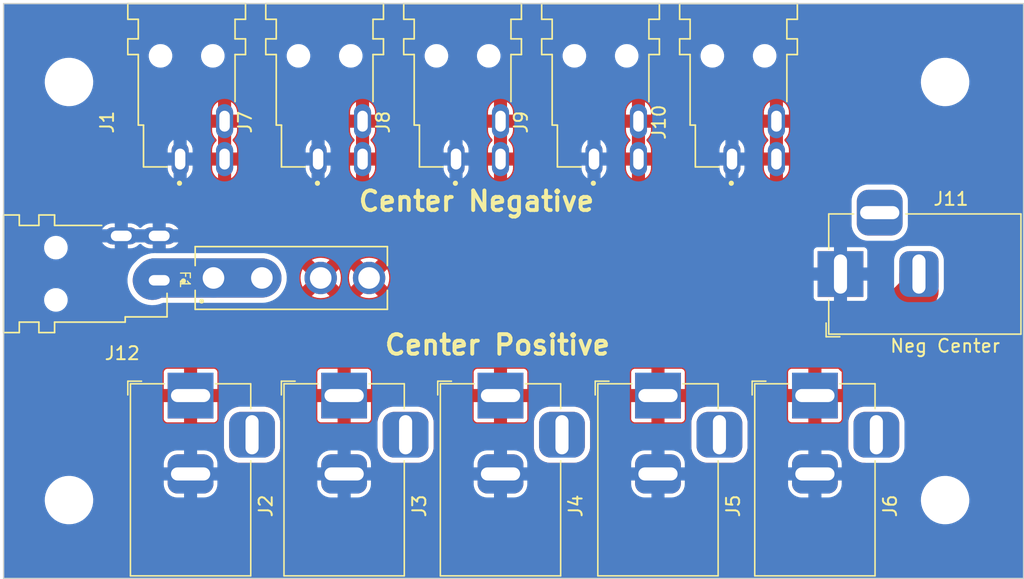
<source format=kicad_pcb>
(kicad_pcb (version 20221018) (generator pcbnew)
  (layers (0 "F.Cu" signal) (31 "B.Cu" signal) (34 "B.Paste" user) (35 "F.Paste" user) (36 "B.SilkS" user "B.Silkscreen") (37 "F.SilkS" user "F.Silkscreen") (38 "B.Mask" user) (39 "F.Mask" user) (44 "Edge.Cuts" user))
  (net 0 "")
  (net 1 "VCC")
  (net 2 "GND")
  (net 3 "/VIN")
  (footprint "Connector_BarrelJack:BarrelJack_Horizontal" (layer "F.Cu") (at 104 135 90)
    (fp_text reference "J4" (at -8.45 5.75 90) (layer "F.SilkS"))
    (fp_text value "Pos Center")
    (fp_line (start -13.8 -4.6) (end 0.9 -4.6) (stroke (width 0.12)) (layer "F.SilkS"))
    (fp_line (start -13.8 4.6) (end -13.8 -4.6) (stroke (width 0.12)) (layer "F.SilkS"))
    (fp_line (start -5 4.6) (end -13.8 4.6) (stroke (width 0.12)) (layer "F.SilkS"))
    (fp_line (start 0.05 -4.8) (end 1.1 -4.8) (stroke (width 0.12)) (layer "F.SilkS"))
    (fp_line (start 0.9 -4.6) (end 0.9 -2) (stroke (width 0.12)) (layer "F.SilkS"))
    (fp_line (start 0.9 1.9) (end 0.9 4.6) (stroke (width 0.12)) (layer "F.SilkS"))
    (fp_line (start 0.9 4.6) (end -1 4.6) (stroke (width 0.12)) (layer "F.SilkS"))
    (fp_line (start 1.1 -3.75) (end 1.1 -4.8) (stroke (width 0.12)) (layer "F.SilkS"))
    (pad "1" thru_hole rect (at 0 0 90) (size 3.5 3.5) (drill oval 1 3) (layers "*.Cu" "*.Mask") (net 1 "VCC"))
    (pad "2" thru_hole roundrect (at -6 0 90) (size 3 3.5) (drill oval 1 3) (layers "*.Cu" "*.Mask") (net 2 "GND"))
    (pad "3" thru_hole roundrect (at -3 4.7 90) (size 3.5 3.5) (drill oval 3 1) (layers "*.Cu" "*.Mask"))
  )
  (footprint "CUI_PJ-041H:CUI_PJ-041H" (layer "F.Cu") (at 111.65 111.25 90)
    (fp_text reference "J9" (at -2.82507 -6.08517 90) (layer "F.SilkS") (effects (font (size 1.000031 1.000031))))
    (fp_text value "PJ-041H")
    (fp_line (start -6.25 -3.3) (end -3.05 -3.3) (stroke (width 0.127)) (layer "F.SilkS"))
    (fp_line (start -6.25 -1.5) (end -6.25 -3.3) (stroke (width 0.127)) (layer "F.SilkS"))
    (fp_line (start -3.05 -3.7) (end 2.35 -3.7) (stroke (width 0.127)) (layer "F.SilkS"))
    (fp_line (start -3.05 -3.3) (end -3.05 -3.7) (stroke (width 0.127)) (layer "F.SilkS"))
    (fp_line (start 2.35 -4.5) (end 3.55 -4.5) (stroke (width 0.127)) (layer "F.SilkS"))
    (fp_line (start 2.35 -3.7) (end 2.35 -4.5) (stroke (width 0.127)) (layer "F.SilkS"))
    (fp_line (start 2.35 3.7) (end -1.25 3.7) (stroke (width 0.127)) (layer "F.SilkS"))
    (fp_line (start 2.35 4.5) (end 2.35 3.7) (stroke (width 0.127)) (layer "F.SilkS"))
    (fp_line (start 3.55 -4.5) (end 3.55 -3.7) (stroke (width 0.127)) (layer "F.SilkS"))
    (fp_line (start 3.55 -3.7) (end 5.05 -3.7) (stroke (width 0.127)) (layer "F.SilkS"))
    (fp_line (start 3.55 3.7) (end 3.55 4.5) (stroke (width 0.127)) (layer "F.SilkS"))
    (fp_line (start 3.55 4.5) (end 2.35 4.5) (stroke (width 0.127)) (layer "F.SilkS"))
    (fp_line (start 5.05 -4.5) (end 6.25 -4.5) (stroke (width 0.127)) (layer "F.SilkS"))
    (fp_line (start 5.05 -3.7) (end 5.05 -4.5) (stroke (width 0.127)) (layer "F.SilkS"))
    (fp_line (start 5.05 3.7) (end 3.55 3.7) (stroke (width 0.127)) (layer "F.SilkS"))
    (fp_line (start 5.05 4.5) (end 5.05 3.7) (stroke (width 0.127)) (layer "F.SilkS"))
    (fp_line (start 6.25 4.5) (end 5.05 4.5) (stroke (width 0.127)) (layer "F.SilkS"))
    (fp_line (start 6.25 4.5) (end 6.25 -4.5) (stroke (width 0.127)) (layer "F.SilkS"))
    (fp_circle (center -7.5 -0.55) (end -7.4 -0.55) (stroke (width 0.2)) (fill none) (layer "F.SilkS"))
    (pad "" np_thru_hole circle (at 2.25 -2 90) (size 1.3 1.3) (drill 1.3) (layers "*.Cu" "*.Mask"))
    (pad "" np_thru_hole circle (at 2.25 2 90) (size 1.3 1.3) (drill 1.3) (layers "*.Cu" "*.Mask"))
    (pad "1" thru_hole oval (at -5.65 -0.5 90) (size 2.616 1.308) (drill oval 1.6 0.8) (layers "*.Cu" "*.Mask") (net 2 "GND"))
    (pad "2" thru_hole oval (at -2.75 2.9 90) (size 2.616 1.308) (drill oval 1.6 0.8) (layers "*.Cu" "*.Mask") (net 1 "VCC"))
    (pad "3" thru_hole oval (at -5.65 2.9 90) (size 2.616 1.308) (drill oval 1.6 0.8) (layers "*.Cu" "*.Mask") (net 1 "VCC"))
  )
  (footprint "CUI_PJ-041H:CUI_PJ-041H" (layer "F.Cu") (at 90.55 111.25 90)
    (fp_text reference "J7" (at -2.82507 -6.08517 90) (layer "F.SilkS") (effects (font (size 1.000031 1.000031))))
    (fp_text value "PJ-041H")
    (fp_line (start -6.25 -3.3) (end -3.05 -3.3) (stroke (width 0.127)) (layer "F.SilkS"))
    (fp_line (start -6.25 -1.5) (end -6.25 -3.3) (stroke (width 0.127)) (layer "F.SilkS"))
    (fp_line (start -3.05 -3.7) (end 2.35 -3.7) (stroke (width 0.127)) (layer "F.SilkS"))
    (fp_line (start -3.05 -3.3) (end -3.05 -3.7) (stroke (width 0.127)) (layer "F.SilkS"))
    (fp_line (start 2.35 -4.5) (end 3.55 -4.5) (stroke (width 0.127)) (layer "F.SilkS"))
    (fp_line (start 2.35 -3.7) (end 2.35 -4.5) (stroke (width 0.127)) (layer "F.SilkS"))
    (fp_line (start 2.35 3.7) (end -1.25 3.7) (stroke (width 0.127)) (layer "F.SilkS"))
    (fp_line (start 2.35 4.5) (end 2.35 3.7) (stroke (width 0.127)) (layer "F.SilkS"))
    (fp_line (start 3.55 -4.5) (end 3.55 -3.7) (stroke (width 0.127)) (layer "F.SilkS"))
    (fp_line (start 3.55 -3.7) (end 5.05 -3.7) (stroke (width 0.127)) (layer "F.SilkS"))
    (fp_line (start 3.55 3.7) (end 3.55 4.5) (stroke (width 0.127)) (layer "F.SilkS"))
    (fp_line (start 3.55 4.5) (end 2.35 4.5) (stroke (width 0.127)) (layer "F.SilkS"))
    (fp_line (start 5.05 -4.5) (end 6.25 -4.5) (stroke (width 0.127)) (layer "F.SilkS"))
    (fp_line (start 5.05 -3.7) (end 5.05 -4.5) (stroke (width 0.127)) (layer "F.SilkS"))
    (fp_line (start 5.05 3.7) (end 3.55 3.7) (stroke (width 0.127)) (layer "F.SilkS"))
    (fp_line (start 5.05 4.5) (end 5.05 3.7) (stroke (width 0.127)) (layer "F.SilkS"))
    (fp_line (start 6.25 4.5) (end 5.05 4.5) (stroke (width 0.127)) (layer "F.SilkS"))
    (fp_line (start 6.25 4.5) (end 6.25 -4.5) (stroke (width 0.127)) (layer "F.SilkS"))
    (fp_circle (center -7.5 -0.55) (end -7.4 -0.55) (stroke (width 0.2)) (fill none) (layer "F.SilkS"))
    (pad "" np_thru_hole circle (at 2.25 -2 90) (size 1.3 1.3) (drill 1.3) (layers "*.Cu" "*.Mask"))
    (pad "" np_thru_hole circle (at 2.25 2 90) (size 1.3 1.3) (drill 1.3) (layers "*.Cu" "*.Mask"))
    (pad "1" thru_hole oval (at -5.65 -0.5 90) (size 2.616 1.308) (drill oval 1.6 0.8) (layers "*.Cu" "*.Mask") (net 2 "GND"))
    (pad "2" thru_hole oval (at -2.75 2.9 90) (size 2.616 1.308) (drill oval 1.6 0.8) (layers "*.Cu" "*.Mask") (net 1 "VCC"))
    (pad "3" thru_hole oval (at -5.65 2.9 90) (size 2.616 1.308) (drill oval 1.6 0.8) (layers "*.Cu" "*.Mask") (net 1 "VCC"))
  )
  (footprint "CUI_PJ-041H:CUI_PJ-041H" (layer "F.Cu") (at 122.2 111.25 90)
    (fp_text reference "J10" (at -2.82507 -6.08517 90) (layer "F.SilkS") (effects (font (size 1.000031 1.000031))))
    (fp_text value "PJ-041H")
    (fp_line (start -6.25 -3.3) (end -3.05 -3.3) (stroke (width 0.127)) (layer "F.SilkS"))
    (fp_line (start -6.25 -1.5) (end -6.25 -3.3) (stroke (width 0.127)) (layer "F.SilkS"))
    (fp_line (start -3.05 -3.7) (end 2.35 -3.7) (stroke (width 0.127)) (layer "F.SilkS"))
    (fp_line (start -3.05 -3.3) (end -3.05 -3.7) (stroke (width 0.127)) (layer "F.SilkS"))
    (fp_line (start 2.35 -4.5) (end 3.55 -4.5) (stroke (width 0.127)) (layer "F.SilkS"))
    (fp_line (start 2.35 -3.7) (end 2.35 -4.5) (stroke (width 0.127)) (layer "F.SilkS"))
    (fp_line (start 2.35 3.7) (end -1.25 3.7) (stroke (width 0.127)) (layer "F.SilkS"))
    (fp_line (start 2.35 4.5) (end 2.35 3.7) (stroke (width 0.127)) (layer "F.SilkS"))
    (fp_line (start 3.55 -4.5) (end 3.55 -3.7) (stroke (width 0.127)) (layer "F.SilkS"))
    (fp_line (start 3.55 -3.7) (end 5.05 -3.7) (stroke (width 0.127)) (layer "F.SilkS"))
    (fp_line (start 3.55 3.7) (end 3.55 4.5) (stroke (width 0.127)) (layer "F.SilkS"))
    (fp_line (start 3.55 4.5) (end 2.35 4.5) (stroke (width 0.127)) (layer "F.SilkS"))
    (fp_line (start 5.05 -4.5) (end 6.25 -4.5) (stroke (width 0.127)) (layer "F.SilkS"))
    (fp_line (start 5.05 -3.7) (end 5.05 -4.5) (stroke (width 0.127)) (layer "F.SilkS"))
    (fp_line (start 5.05 3.7) (end 3.55 3.7) (stroke (width 0.127)) (layer "F.SilkS"))
    (fp_line (start 5.05 4.5) (end 5.05 3.7) (stroke (width 0.127)) (layer "F.SilkS"))
    (fp_line (start 6.25 4.5) (end 5.05 4.5) (stroke (width 0.127)) (layer "F.SilkS"))
    (fp_line (start 6.25 4.5) (end 6.25 -4.5) (stroke (width 0.127)) (layer "F.SilkS"))
    (fp_circle (center -7.5 -0.55) (end -7.4 -0.55) (stroke (width 0.2)) (fill none) (layer "F.SilkS"))
    (pad "" np_thru_hole circle (at 2.25 -2 90) (size 1.3 1.3) (drill 1.3) (layers "*.Cu" "*.Mask"))
    (pad "" np_thru_hole circle (at 2.25 2 90) (size 1.3 1.3) (drill 1.3) (layers "*.Cu" "*.Mask"))
    (pad "1" thru_hole oval (at -5.65 -0.5 90) (size 2.616 1.308) (drill oval 1.6 0.8) (layers "*.Cu" "*.Mask") (net 2 "GND"))
    (pad "2" thru_hole oval (at -2.75 2.9 90) (size 2.616 1.308) (drill oval 1.6 0.8) (layers "*.Cu" "*.Mask") (net 1 "VCC"))
    (pad "3" thru_hole oval (at -5.65 2.9 90) (size 2.616 1.308) (drill oval 1.6 0.8) (layers "*.Cu" "*.Mask") (net 1 "VCC"))
  )
  (footprint "MountingHole:MountingHole_3.2mm_M3" (layer "F.Cu") (at 138 143)
    (fp_text reference "H3")
    (fp_text value "MountingHole")
    (pad "" np_thru_hole circle (at 0 0) (size 3.2 3.2) (drill 3.2) (layers "*.Cu" "*.Mask"))
  )
  (footprint "Connector_BarrelJack:BarrelJack_Horizontal" (layer "F.Cu") (at 128.0425 135 90)
    (fp_text reference "J6" (at -8.45 5.75 90) (layer "F.SilkS"))
    (fp_text value "Pos Center")
    (fp_line (start -13.8 -4.6) (end 0.9 -4.6) (stroke (width 0.12)) (layer "F.SilkS"))
    (fp_line (start -13.8 4.6) (end -13.8 -4.6) (stroke (width 0.12)) (layer "F.SilkS"))
    (fp_line (start -5 4.6) (end -13.8 4.6) (stroke (width 0.12)) (layer "F.SilkS"))
    (fp_line (start 0.05 -4.8) (end 1.1 -4.8) (stroke (width 0.12)) (layer "F.SilkS"))
    (fp_line (start 0.9 -4.6) (end 0.9 -2) (stroke (width 0.12)) (layer "F.SilkS"))
    (fp_line (start 0.9 1.9) (end 0.9 4.6) (stroke (width 0.12)) (layer "F.SilkS"))
    (fp_line (start 0.9 4.6) (end -1 4.6) (stroke (width 0.12)) (layer "F.SilkS"))
    (fp_line (start 1.1 -3.75) (end 1.1 -4.8) (stroke (width 0.12)) (layer "F.SilkS"))
    (pad "1" thru_hole rect (at 0 0 90) (size 3.5 3.5) (drill oval 1 3) (layers "*.Cu" "*.Mask") (net 1 "VCC"))
    (pad "2" thru_hole roundrect (at -6 0 90) (size 3 3.5) (drill oval 1 3) (layers "*.Cu" "*.Mask") (net 2 "GND"))
    (pad "3" thru_hole roundrect (at -3 4.7 90) (size 3.5 3.5) (drill oval 3 1) (layers "*.Cu" "*.Mask"))
  )
  (footprint "Fuse_3544_2:FUSE_3544-2" (layer "F.Cu") (at 88 126)
    (fp_text reference "F1" (at -8.128 0.127 270 unlocked) (layer "F.SilkS") (effects (font (size 0.75 0.75) (thickness 0.1))))
    (fp_text value "3544-2")
    (fp_line (start -7.35 -2.4) (end -7.35 -0.95) (stroke (width 0.127)) (layer "F.SilkS"))
    (fp_line (start -7.35 -2.4) (end 7.35 -2.4) (stroke (width 0.127)) (layer "F.SilkS"))
    (fp_line (start -7.35 0.95) (end -7.35 2.4) (stroke (width 0.127)) (layer "F.SilkS"))
    (fp_line (start 7.35 -2.4) (end 7.35 -0.95) (stroke (width 0.127)) (layer "F.SilkS"))
    (fp_line (start 7.35 0.95) (end 7.35 2.4) (stroke (width 0.127)) (layer "F.SilkS"))
    (fp_line (start 7.35 2.4) (end -7.35 2.4) (stroke (width 0.127)) (layer "F.SilkS"))
    (fp_circle (center -6.858 1.778) (end -6.731 1.778) (stroke (width 0.12)) (fill solid) (layer "F.SilkS"))
    (pad "1_1" thru_hole circle (at -5.95 0) (size 2.475 2.475) (drill 1.65) (layers "*.Cu" "*.Mask") (net 3 "/VIN"))
    (pad "1_2" thru_hole circle (at -2.25 0) (size 2.475 2.475) (drill 1.65) (layers "*.Cu" "*.Mask") (net 3 "/VIN"))
    (pad "2_1" thru_hole circle (at 2.25 0) (size 2.475 2.475) (drill 1.65) (layers "*.Cu" "*.Mask") (net 1 "VCC"))
    (pad "2_2" thru_hole circle (at 5.95 0) (size 2.475 2.475) (drill 1.65) (layers "*.Cu" "*.Mask") (net 1 "VCC"))
  )
  (footprint "MountingHole:MountingHole_3.2mm_M3" (layer "F.Cu") (at 71 143)
    (fp_text reference "H2")
    (fp_text value "MountingHole")
    (pad "" np_thru_hole circle (at 0 0) (size 3.2 3.2) (drill 3.2) (layers "*.Cu" "*.Mask"))
  )
  (footprint "Connector_BarrelJack:BarrelJack_Horizontal" (layer "F.Cu") (at 80.3 135 90)
    (fp_text reference "J2" (at -8.45 5.75 90) (layer "F.SilkS"))
    (fp_text value "Pos Center")
    (fp_line (start -13.8 -4.6) (end 0.9 -4.6) (stroke (width 0.12)) (layer "F.SilkS"))
    (fp_line (start -13.8 4.6) (end -13.8 -4.6) (stroke (width 0.12)) (layer "F.SilkS"))
    (fp_line (start -5 4.6) (end -13.8 4.6) (stroke (width 0.12)) (layer "F.SilkS"))
    (fp_line (start 0.05 -4.8) (end 1.1 -4.8) (stroke (width 0.12)) (layer "F.SilkS"))
    (fp_line (start 0.9 -4.6) (end 0.9 -2) (stroke (width 0.12)) (layer "F.SilkS"))
    (fp_line (start 0.9 1.9) (end 0.9 4.6) (stroke (width 0.12)) (layer "F.SilkS"))
    (fp_line (start 0.9 4.6) (end -1 4.6) (stroke (width 0.12)) (layer "F.SilkS"))
    (fp_line (start 1.1 -3.75) (end 1.1 -4.8) (stroke (width 0.12)) (layer "F.SilkS"))
    (pad "1" thru_hole rect (at 0 0 90) (size 3.5 3.5) (drill oval 1 3) (layers "*.Cu" "*.Mask") (net 1 "VCC"))
    (pad "2" thru_hole roundrect (at -6 0 90) (size 3 3.5) (drill oval 1 3) (layers "*.Cu" "*.Mask") (net 2 "GND"))
    (pad "3" thru_hole roundrect (at -3 4.7 90) (size 3.5 3.5) (drill oval 3 1) (layers "*.Cu" "*.Mask"))
  )
  (footprint "Connector_BarrelJack:BarrelJack_Horizontal" (layer "F.Cu") (at 92.0425 135 90)
    (fp_text reference "J3" (at -8.45 5.75 90) (layer "F.SilkS"))
    (fp_text value "Pos Center")
    (fp_line (start -13.8 -4.6) (end 0.9 -4.6) (stroke (width 0.12)) (layer "F.SilkS"))
    (fp_line (start -13.8 4.6) (end -13.8 -4.6) (stroke (width 0.12)) (layer "F.SilkS"))
    (fp_line (start -5 4.6) (end -13.8 4.6) (stroke (width 0.12)) (layer "F.SilkS"))
    (fp_line (start 0.05 -4.8) (end 1.1 -4.8) (stroke (width 0.12)) (layer "F.SilkS"))
    (fp_line (start 0.9 -4.6) (end 0.9 -2) (stroke (width 0.12)) (layer "F.SilkS"))
    (fp_line (start 0.9 1.9) (end 0.9 4.6) (stroke (width 0.12)) (layer "F.SilkS"))
    (fp_line (start 0.9 4.6) (end -1 4.6) (stroke (width 0.12)) (layer "F.SilkS"))
    (fp_line (start 1.1 -3.75) (end 1.1 -4.8) (stroke (width 0.12)) (layer "F.SilkS"))
    (pad "1" thru_hole rect (at 0 0 90) (size 3.5 3.5) (drill oval 1 3) (layers "*.Cu" "*.Mask") (net 1 "VCC"))
    (pad "2" thru_hole roundrect (at -6 0 90) (size 3 3.5) (drill oval 1 3) (layers "*.Cu" "*.Mask") (net 2 "GND"))
    (pad "3" thru_hole roundrect (at -3 4.7 90) (size 3.5 3.5) (drill oval 3 1) (layers "*.Cu" "*.Mask"))
  )
  (footprint "CUI_PJ-041H:CUI_PJ-041H" (layer "F.Cu") (at 80 111.25 90)
    (fp_text reference "J1" (at -2.82507 -6.08517 90) (layer "F.SilkS") (effects (font (size 1.000031 1.000031))))
    (fp_text value "PJ-041H")
    (fp_line (start -6.25 -3.3) (end -3.05 -3.3) (stroke (width 0.127)) (layer "F.SilkS"))
    (fp_line (start -6.25 -1.5) (end -6.25 -3.3) (stroke (width 0.127)) (layer "F.SilkS"))
    (fp_line (start -3.05 -3.7) (end 2.35 -3.7) (stroke (width 0.127)) (layer "F.SilkS"))
    (fp_line (start -3.05 -3.3) (end -3.05 -3.7) (stroke (width 0.127)) (layer "F.SilkS"))
    (fp_line (start 2.35 -4.5) (end 3.55 -4.5) (stroke (width 0.127)) (layer "F.SilkS"))
    (fp_line (start 2.35 -3.7) (end 2.35 -4.5) (stroke (width 0.127)) (layer "F.SilkS"))
    (fp_line (start 2.35 3.7) (end -1.25 3.7) (stroke (width 0.127)) (layer "F.SilkS"))
    (fp_line (start 2.35 4.5) (end 2.35 3.7) (stroke (width 0.127)) (layer "F.SilkS"))
    (fp_line (start 3.55 -4.5) (end 3.55 -3.7) (stroke (width 0.127)) (layer "F.SilkS"))
    (fp_line (start 3.55 -3.7) (end 5.05 -3.7) (stroke (width 0.127)) (layer "F.SilkS"))
    (fp_line (start 3.55 3.7) (end 3.55 4.5) (stroke (width 0.127)) (layer "F.SilkS"))
    (fp_line (start 3.55 4.5) (end 2.35 4.5) (stroke (width 0.127)) (layer "F.SilkS"))
    (fp_line (start 5.05 -4.5) (end 6.25 -4.5) (stroke (width 0.127)) (layer "F.SilkS"))
    (fp_line (start 5.05 -3.7) (end 5.05 -4.5) (stroke (width 0.127)) (layer "F.SilkS"))
    (fp_line (start 5.05 3.7) (end 3.55 3.7) (stroke (width 0.127)) (layer "F.SilkS"))
    (fp_line (start 5.05 4.5) (end 5.05 3.7) (stroke (width 0.127)) (layer "F.SilkS"))
    (fp_line (start 6.25 4.5) (end 5.05 4.5) (stroke (width 0.127)) (layer "F.SilkS"))
    (fp_line (start 6.25 4.5) (end 6.25 -4.5) (stroke (width 0.127)) (layer "F.SilkS"))
    (fp_circle (center -7.5 -0.55) (end -7.4 -0.55) (stroke (width 0.2)) (fill none) (layer "F.SilkS"))
    (pad "" np_thru_hole circle (at 2.25 -2 90) (size 1.3 1.3) (drill 1.3) (layers "*.Cu" "*.Mask"))
    (pad "" np_thru_hole circle (at 2.25 2 90) (size 1.3 1.3) (drill 1.3) (layers "*.Cu" "*.Mask"))
    (pad "1" thru_hole oval (at -5.65 -0.5 90) (size 2.616 1.308) (drill oval 1.6 0.8) (layers "*.Cu" "*.Mask") (net 2 "GND"))
    (pad "2" thru_hole oval (at -2.75 2.9 90) (size 2.616 1.308) (drill oval 1.6 0.8) (layers "*.Cu" "*.Mask") (net 1 "VCC"))
    (pad "3" thru_hole oval (at -5.65 2.9 90) (size 2.616 1.308) (drill oval 1.6 0.8) (layers "*.Cu" "*.Mask") (net 1 "VCC"))
  )
  (footprint "Connector_BarrelJack:BarrelJack_Horizontal" (layer "F.Cu") (at 116.0425 135 90)
    (fp_text reference "J5" (at -8.45 5.75 90) (layer "F.SilkS"))
    (fp_text value "Pos Center")
    (fp_line (start -13.8 -4.6) (end 0.9 -4.6) (stroke (width 0.12)) (layer "F.SilkS"))
    (fp_line (start -13.8 4.6) (end -13.8 -4.6) (stroke (width 0.12)) (layer "F.SilkS"))
    (fp_line (start -5 4.6) (end -13.8 4.6) (stroke (width 0.12)) (layer "F.SilkS"))
    (fp_line (start 0.05 -4.8) (end 1.1 -4.8) (stroke (width 0.12)) (layer "F.SilkS"))
    (fp_line (start 0.9 -4.6) (end 0.9 -2) (stroke (width 0.12)) (layer "F.SilkS"))
    (fp_line (start 0.9 1.9) (end 0.9 4.6) (stroke (width 0.12)) (layer "F.SilkS"))
    (fp_line (start 0.9 4.6) (end -1 4.6) (stroke (width 0.12)) (layer "F.SilkS"))
    (fp_line (start 1.1 -3.75) (end 1.1 -4.8) (stroke (width 0.12)) (layer "F.SilkS"))
    (pad "1" thru_hole rect (at 0 0 90) (size 3.5 3.5) (drill oval 1 3) (layers "*.Cu" "*.Mask") (net 1 "VCC"))
    (pad "2" thru_hole roundrect (at -6 0 90) (size 3 3.5) (drill oval 1 3) (layers "*.Cu" "*.Mask") (net 2 "GND"))
    (pad "3" thru_hole roundrect (at -3 4.7 90) (size 3.5 3.5) (drill oval 3 1) (layers "*.Cu" "*.Mask"))
  )
  (footprint "CUI_PJ-041H:CUI_PJ-041H" (layer "F.Cu") (at 101.1 111.25 90)
    (fp_text reference "J8" (at -2.82507 -6.08517 90) (layer "F.SilkS") (effects (font (size 1.000031 1.000031))))
    (fp_text value "PJ-041H")
    (fp_line (start -6.25 -3.3) (end -3.05 -3.3) (stroke (width 0.127)) (layer "F.SilkS"))
    (fp_line (start -6.25 -1.5) (end -6.25 -3.3) (stroke (width 0.127)) (layer "F.SilkS"))
    (fp_line (start -3.05 -3.7) (end 2.35 -3.7) (stroke (width 0.127)) (layer "F.SilkS"))
    (fp_line (start -3.05 -3.3) (end -3.05 -3.7) (stroke (width 0.127)) (layer "F.SilkS"))
    (fp_line (start 2.35 -4.5) (end 3.55 -4.5) (stroke (width 0.127)) (layer "F.SilkS"))
    (fp_line (start 2.35 -3.7) (end 2.35 -4.5) (stroke (width 0.127)) (layer "F.SilkS"))
    (fp_line (start 2.35 3.7) (end -1.25 3.7) (stroke (width 0.127)) (layer "F.SilkS"))
    (fp_line (start 2.35 4.5) (end 2.35 3.7) (stroke (width 0.127)) (layer "F.SilkS"))
    (fp_line (start 3.55 -4.5) (end 3.55 -3.7) (stroke (width 0.127)) (layer "F.SilkS"))
    (fp_line (start 3.55 -3.7) (end 5.05 -3.7) (stroke (width 0.127)) (layer "F.SilkS"))
    (fp_line (start 3.55 3.7) (end 3.55 4.5) (stroke (width 0.127)) (layer "F.SilkS"))
    (fp_line (start 3.55 4.5) (end 2.35 4.5) (stroke (width 0.127)) (layer "F.SilkS"))
    (fp_line (start 5.05 -4.5) (end 6.25 -4.5) (stroke (width 0.127)) (layer "F.SilkS"))
    (fp_line (start 5.05 -3.7) (end 5.05 -4.5) (stroke (width 0.127)) (layer "F.SilkS"))
    (fp_line (start 5.05 3.7) (end 3.55 3.7) (stroke (width 0.127)) (layer "F.SilkS"))
    (fp_line (start 5.05 4.5) (end 5.05 3.7) (stroke (width 0.127)) (layer "F.SilkS"))
    (fp_line (start 6.25 4.5) (end 5.05 4.5) (stroke (width 0.127)) (layer "F.SilkS"))
    (fp_line (start 6.25 4.5) (end 6.25 -4.5) (stroke (width 0.127)) (layer "F.SilkS"))
    (fp_circle (center -7.5 -0.55) (end -7.4 -0.55) (stroke (width 0.2)) (fill none) (layer "F.SilkS"))
    (pad "" np_thru_hole circle (at 2.25 -2 90) (size 1.3 1.3) (drill 1.3) (layers "*.Cu" "*.Mask"))
    (pad "" np_thru_hole circle (at 2.25 2 90) (size 1.3 1.3) (drill 1.3) (layers "*.Cu" "*.Mask"))
    (pad "1" thru_hole oval (at -5.65 -0.5 90) (size 2.616 1.308) (drill oval 1.6 0.8) (layers "*.Cu" "*.Mask") (net 2 "GND"))
    (pad "2" thru_hole oval (at -2.75 2.9 90) (size 2.616 1.308) (drill oval 1.6 0.8) (layers "*.Cu" "*.Mask") (net 1 "VCC"))
    (pad "3" thru_hole oval (at -5.65 2.9 90) (size 2.616 1.308) (drill oval 1.6 0.8) (layers "*.Cu" "*.Mask") (net 1 "VCC"))
  )
  (footprint "MountingHole:MountingHole_3.2mm_M3" (layer "F.Cu") (at 138 111)
    (fp_text reference "H4")
    (fp_text value "MountingHole")
    (pad "" np_thru_hole circle (at 0 0) (size 3.2 3.2) (drill 3.2) (layers "*.Cu" "*.Mask"))
  )
  (footprint "CUI_PJ-041H:CUI_PJ-041H" (layer "F.Cu") (at 72.25 125.6792 180)
    (fp_text reference "J12" (at -2.82507 -6.08517) (layer "F.SilkS") (effects (font (size 1.000031 1.000031))))
    (fp_text value "PJ-041H")
    (fp_line (start -6.25 -3.3) (end -3.05 -3.3) (stroke (width 0.127)) (layer "F.SilkS"))
    (fp_line (start -6.25 -1.5) (end -6.25 -3.3) (stroke (width 0.127)) (layer "F.SilkS"))
    (fp_line (start -3.05 -3.7) (end 2.35 -3.7) (stroke (width 0.127)) (layer "F.SilkS"))
    (fp_line (start -3.05 -3.3) (end -3.05 -3.7) (stroke (width 0.127)) (layer "F.SilkS"))
    (fp_line (start 2.35 -4.5) (end 3.55 -4.5) (stroke (width 0.127)) (layer "F.SilkS"))
    (fp_line (start 2.35 -3.7) (end 2.35 -4.5) (stroke (width 0.127)) (layer "F.SilkS"))
    (fp_line (start 2.35 3.7) (end -1.25 3.7) (stroke (width 0.127)) (layer "F.SilkS"))
    (fp_line (start 2.35 4.5) (end 2.35 3.7) (stroke (width 0.127)) (layer "F.SilkS"))
    (fp_line (start 3.55 -4.5) (end 3.55 -3.7) (stroke (width 0.127)) (layer "F.SilkS"))
    (fp_line (start 3.55 -3.7) (end 5.05 -3.7) (stroke (width 0.127)) (layer "F.SilkS"))
    (fp_line (start 3.55 3.7) (end 3.55 4.5) (stroke (width 0.127)) (layer "F.SilkS"))
    (fp_line (start 3.55 4.5) (end 2.35 4.5) (stroke (width 0.127)) (layer "F.SilkS"))
    (fp_line (start 5.05 -4.5) (end 6.25 -4.5) (stroke (width 0.127)) (layer "F.SilkS"))
    (fp_line (start 5.05 -3.7) (end 5.05 -4.5) (stroke (width 0.127)) (layer "F.SilkS"))
    (fp_line (start 5.05 3.7) (end 3.55 3.7) (stroke (width 0.127)) (layer "F.SilkS"))
    (fp_line (start 5.05 4.5) (end 5.05 3.7) (stroke (width 0.127)) (layer "F.SilkS"))
    (fp_line (start 6.25 4.5) (end 5.05 4.5) (stroke (width 0.127)) (layer "F.SilkS"))
    (fp_line (start 6.25 4.5) (end 6.25 -4.5) (stroke (width 0.127)) (layer "F.SilkS"))
    (fp_circle (center -7.5 -0.55) (end -7.4 -0.55) (stroke (width 0.2)) (fill none) (layer "F.SilkS"))
    (pad "" np_thru_hole circle (at 2.25 -2 180) (size 1.3 1.3) (drill 1.3) (layers "*.Cu" "*.Mask"))
    (pad "" np_thru_hole circle (at 2.25 2 180) (size 1.3 1.3) (drill 1.3) (layers "*.Cu" "*.Mask"))
    (pad "1" thru_hole oval (at -5.65 -0.5 180) (size 2.616 1.308) (drill oval 1.6 0.8) (layers "*.Cu" "*.Mask") (net 3 "/VIN"))
    (pad "2" thru_hole oval (at -2.75 2.9 180) (size 2.616 1.308) (drill oval 1.6 0.8) (layers "*.Cu" "*.Mask") (net 2 "GND"))
    (pad "3" thru_hole oval (at -5.65 2.9 180) (size 2.616 1.308) (drill oval 1.6 0.8) (layers "*.Cu" "*.Mask") (net 2 "GND"))
  )
  (footprint "Connector_BarrelJack:BarrelJack_Horizontal" (layer "F.Cu") (at 130 125.7 180)
    (fp_text reference "J11" (at -8.45 5.75) (layer "F.SilkS"))
    (fp_text value "Neg Center" (at -8 -5.5) (layer "F.SilkS"))
    (fp_line (start -13.8 -4.6) (end 0.9 -4.6) (stroke (width 0.12)) (layer "F.SilkS"))
    (fp_line (start -13.8 4.6) (end -13.8 -4.6) (stroke (width 0.12)) (layer "F.SilkS"))
    (fp_line (start -5 4.6) (end -13.8 4.6) (stroke (width 0.12)) (layer "F.SilkS"))
    (fp_line (start 0.05 -4.8) (end 1.1 -4.8) (stroke (width 0.12)) (layer "F.SilkS"))
    (fp_line (start 0.9 -4.6) (end 0.9 -2) (stroke (width 0.12)) (layer "F.SilkS"))
    (fp_line (start 0.9 1.9) (end 0.9 4.6) (stroke (width 0.12)) (layer "F.SilkS"))
    (fp_line (start 0.9 4.6) (end -1 4.6) (stroke (width 0.12)) (layer "F.SilkS"))
    (fp_line (start 1.1 -3.75) (end 1.1 -4.8) (stroke (width 0.12)) (layer "F.SilkS"))
    (pad "1" thru_hole rect (at 0 0 180) (size 3.5 3.5) (drill oval 1 3) (layers "*.Cu" "*.Mask") (net 2 "GND"))
    (pad "2" thru_hole roundrect (at -6 0 180) (size 3 3.5) (drill oval 1 3) (layers "*.Cu" "*.Mask") (net 1 "VCC"))
    (pad "3" thru_hole roundrect (at -3 4.7 180) (size 3.5 3.5) (drill oval 3 1) (layers "*.Cu" "*.Mask"))
  )
  (footprint "MountingHole:MountingHole_3.2mm_M3" (layer "F.Cu") (at 71 111)
    (fp_text reference "H1")
    (fp_text value "MountingHole")
    (pad "" np_thru_hole circle (at 0 0) (size 3.2 3.2) (drill 3.2) (layers "*.Cu" "*.Mask"))
  )
  (gr_line (start 66 149) (end 66 105) (stroke (width 0.1)) (layer "Edge.Cuts"))
  (gr_line (start 144 149) (end 66 149) (stroke (width 0.1)) (layer "Edge.Cuts"))
  (gr_line (start 66 105) (end 144 105) (stroke (width 0.1)) (layer "Edge.Cuts"))
  (gr_line (start 144 105) (end 144 149) (stroke (width 0.1)) (layer "Edge.Cuts"))
  (gr_text "Center Negative" (at 93 121) (layer "F.SilkS") (effects (font (size 1.5 1.5) (thickness 0.3) bold) (justify left bottom)))
  (gr_text "Center Positive" (at 95 132) (layer "F.SilkS") (effects (font (size 1.5 1.5) (thickness 0.3) bold) (justify left bottom)))
  (segment (start 136 125.7) (end 136 127) (width 3) (layer "F.Cu") (net 1))
  (segment (start 136 127) (end 131 132) (width 3) (layer "F.Cu") (net 1))
  (segment (start 82.05 126) (end 77.5555 126) (width 3) (layer "F.Cu") (net 3))
  (segment (start 85.75 126) (end 82.05 126) (width 3) (layer "F.Cu") (net 3))
  (segment (start 77.5555 126) (end 77.3763 126.1792) (width 3) (layer "F.Cu") (net 3))
  (segment (start 77.5555 126) (end 82.05 126) (width 3) (layer "B.Cu") (net 3))
  (segment (start 85.75 126) (end 82.05 126) (width 3) (layer "B.Cu") (net 3))
  (segment (start 77.3763 126.1792) (end 77.5555 126) (width 3) (layer "B.Cu") (net 3))
  (zone (net 1) (net_name "VCC") (layer "F.Cu") (priority 1) (connect_pads (clearance 0.4)) (min_thickness 0.25) (fill yes (thermal_gap 0.3) (thermal_bridge_width 1))
    (polygon (pts (xy 75 144) (xy 132 144) (xy 132 131) (xy 96 131) (xy 96 120) (xy 128 120) (xy 128 111) (xy 75 111) (xy 75 120) (xy 88 120) (xy 88 131) (xy 75 131)))
  )
  (zone (net 2) (net_name "GND") (layer "B.Cu") (connect_pads (clearance 0.4)) (min_thickness 0.25) (fill yes (thermal_gap 0.3) (thermal_bridge_width 1))
    (polygon (pts (xy 66 105) (xy 144 105) (xy 144 149) (xy 66 149)))
  )
)
</source>
